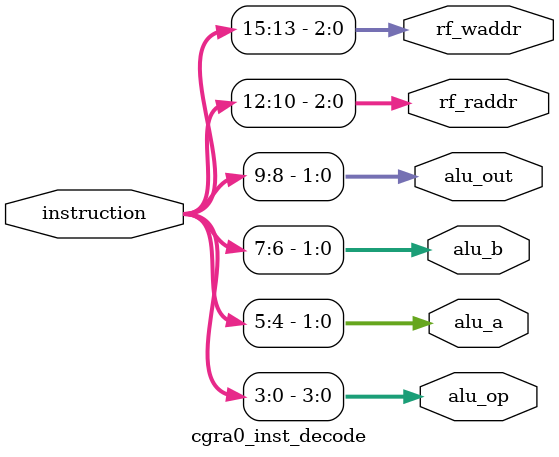
<source format=v>
module cgra0_inst_decode
(
  input [16-1:0] instruction,
  output [4-1:0] alu_op,
  output [2-1:0] alu_a,
  output [2-1:0] alu_b,
  output [2-1:0] alu_out,
  output [3-1:0] rf_raddr,
  output [3-1:0] rf_waddr
);

  assign alu_op = instruction[3:0];
  assign alu_a = instruction[5:4];
  assign alu_b = instruction[7:6];
  assign alu_out = instruction[9:8];
  assign rf_raddr = instruction[12:10];
  assign rf_waddr = instruction[15:13];

endmodule
</source>
